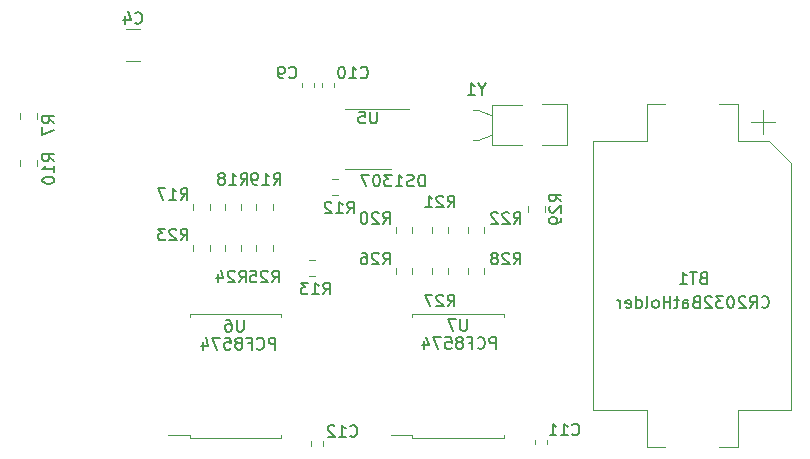
<source format=gbr>
G04 #@! TF.GenerationSoftware,KiCad,Pcbnew,(5.1.4)-1*
G04 #@! TF.CreationDate,2020-05-14T16:00:24+02:00*
G04 #@! TF.ProjectId,carte_principale,63617274-655f-4707-9269-6e636970616c,rev?*
G04 #@! TF.SameCoordinates,Original*
G04 #@! TF.FileFunction,Legend,Bot*
G04 #@! TF.FilePolarity,Positive*
%FSLAX46Y46*%
G04 Gerber Fmt 4.6, Leading zero omitted, Abs format (unit mm)*
G04 Created by KiCad (PCBNEW (5.1.4)-1) date 2020-05-14 16:00:24*
%MOMM*%
%LPD*%
G04 APERTURE LIST*
%ADD10C,0.150000*%
%ADD11C,0.120000*%
G04 APERTURE END LIST*
D10*
X123084838Y-110789980D02*
X123084838Y-109789980D01*
X122703885Y-109789980D01*
X122608647Y-109837600D01*
X122561028Y-109885219D01*
X122513409Y-109980457D01*
X122513409Y-110123314D01*
X122561028Y-110218552D01*
X122608647Y-110266171D01*
X122703885Y-110313790D01*
X123084838Y-110313790D01*
X121513409Y-110694742D02*
X121561028Y-110742361D01*
X121703885Y-110789980D01*
X121799123Y-110789980D01*
X121941980Y-110742361D01*
X122037219Y-110647123D01*
X122084838Y-110551885D01*
X122132457Y-110361409D01*
X122132457Y-110218552D01*
X122084838Y-110028076D01*
X122037219Y-109932838D01*
X121941980Y-109837600D01*
X121799123Y-109789980D01*
X121703885Y-109789980D01*
X121561028Y-109837600D01*
X121513409Y-109885219D01*
X120751504Y-110266171D02*
X121084838Y-110266171D01*
X121084838Y-110789980D02*
X121084838Y-109789980D01*
X120608647Y-109789980D01*
X120084838Y-110218552D02*
X120180076Y-110170933D01*
X120227695Y-110123314D01*
X120275314Y-110028076D01*
X120275314Y-109980457D01*
X120227695Y-109885219D01*
X120180076Y-109837600D01*
X120084838Y-109789980D01*
X119894361Y-109789980D01*
X119799123Y-109837600D01*
X119751504Y-109885219D01*
X119703885Y-109980457D01*
X119703885Y-110028076D01*
X119751504Y-110123314D01*
X119799123Y-110170933D01*
X119894361Y-110218552D01*
X120084838Y-110218552D01*
X120180076Y-110266171D01*
X120227695Y-110313790D01*
X120275314Y-110409028D01*
X120275314Y-110599504D01*
X120227695Y-110694742D01*
X120180076Y-110742361D01*
X120084838Y-110789980D01*
X119894361Y-110789980D01*
X119799123Y-110742361D01*
X119751504Y-110694742D01*
X119703885Y-110599504D01*
X119703885Y-110409028D01*
X119751504Y-110313790D01*
X119799123Y-110266171D01*
X119894361Y-110218552D01*
X118799123Y-109789980D02*
X119275314Y-109789980D01*
X119322933Y-110266171D01*
X119275314Y-110218552D01*
X119180076Y-110170933D01*
X118941980Y-110170933D01*
X118846742Y-110218552D01*
X118799123Y-110266171D01*
X118751504Y-110361409D01*
X118751504Y-110599504D01*
X118799123Y-110694742D01*
X118846742Y-110742361D01*
X118941980Y-110789980D01*
X119180076Y-110789980D01*
X119275314Y-110742361D01*
X119322933Y-110694742D01*
X118418171Y-109789980D02*
X117751504Y-109789980D01*
X118180076Y-110789980D01*
X116941980Y-110123314D02*
X116941980Y-110789980D01*
X117180076Y-109742361D02*
X117418171Y-110456647D01*
X116799123Y-110456647D01*
X141779238Y-110739180D02*
X141779238Y-109739180D01*
X141398285Y-109739180D01*
X141303047Y-109786800D01*
X141255428Y-109834419D01*
X141207809Y-109929657D01*
X141207809Y-110072514D01*
X141255428Y-110167752D01*
X141303047Y-110215371D01*
X141398285Y-110262990D01*
X141779238Y-110262990D01*
X140207809Y-110643942D02*
X140255428Y-110691561D01*
X140398285Y-110739180D01*
X140493523Y-110739180D01*
X140636380Y-110691561D01*
X140731619Y-110596323D01*
X140779238Y-110501085D01*
X140826857Y-110310609D01*
X140826857Y-110167752D01*
X140779238Y-109977276D01*
X140731619Y-109882038D01*
X140636380Y-109786800D01*
X140493523Y-109739180D01*
X140398285Y-109739180D01*
X140255428Y-109786800D01*
X140207809Y-109834419D01*
X139445904Y-110215371D02*
X139779238Y-110215371D01*
X139779238Y-110739180D02*
X139779238Y-109739180D01*
X139303047Y-109739180D01*
X138779238Y-110167752D02*
X138874476Y-110120133D01*
X138922095Y-110072514D01*
X138969714Y-109977276D01*
X138969714Y-109929657D01*
X138922095Y-109834419D01*
X138874476Y-109786800D01*
X138779238Y-109739180D01*
X138588761Y-109739180D01*
X138493523Y-109786800D01*
X138445904Y-109834419D01*
X138398285Y-109929657D01*
X138398285Y-109977276D01*
X138445904Y-110072514D01*
X138493523Y-110120133D01*
X138588761Y-110167752D01*
X138779238Y-110167752D01*
X138874476Y-110215371D01*
X138922095Y-110262990D01*
X138969714Y-110358228D01*
X138969714Y-110548704D01*
X138922095Y-110643942D01*
X138874476Y-110691561D01*
X138779238Y-110739180D01*
X138588761Y-110739180D01*
X138493523Y-110691561D01*
X138445904Y-110643942D01*
X138398285Y-110548704D01*
X138398285Y-110358228D01*
X138445904Y-110262990D01*
X138493523Y-110215371D01*
X138588761Y-110167752D01*
X137493523Y-109739180D02*
X137969714Y-109739180D01*
X138017333Y-110215371D01*
X137969714Y-110167752D01*
X137874476Y-110120133D01*
X137636380Y-110120133D01*
X137541142Y-110167752D01*
X137493523Y-110215371D01*
X137445904Y-110310609D01*
X137445904Y-110548704D01*
X137493523Y-110643942D01*
X137541142Y-110691561D01*
X137636380Y-110739180D01*
X137874476Y-110739180D01*
X137969714Y-110691561D01*
X138017333Y-110643942D01*
X137112571Y-109739180D02*
X136445904Y-109739180D01*
X136874476Y-110739180D01*
X135636380Y-110072514D02*
X135636380Y-110739180D01*
X135874476Y-109691561D02*
X136112571Y-110405847D01*
X135493523Y-110405847D01*
X164257904Y-107164142D02*
X164305523Y-107211761D01*
X164448380Y-107259380D01*
X164543619Y-107259380D01*
X164686476Y-107211761D01*
X164781714Y-107116523D01*
X164829333Y-107021285D01*
X164876952Y-106830809D01*
X164876952Y-106687952D01*
X164829333Y-106497476D01*
X164781714Y-106402238D01*
X164686476Y-106307000D01*
X164543619Y-106259380D01*
X164448380Y-106259380D01*
X164305523Y-106307000D01*
X164257904Y-106354619D01*
X163257904Y-107259380D02*
X163591238Y-106783190D01*
X163829333Y-107259380D02*
X163829333Y-106259380D01*
X163448380Y-106259380D01*
X163353142Y-106307000D01*
X163305523Y-106354619D01*
X163257904Y-106449857D01*
X163257904Y-106592714D01*
X163305523Y-106687952D01*
X163353142Y-106735571D01*
X163448380Y-106783190D01*
X163829333Y-106783190D01*
X162876952Y-106354619D02*
X162829333Y-106307000D01*
X162734095Y-106259380D01*
X162496000Y-106259380D01*
X162400761Y-106307000D01*
X162353142Y-106354619D01*
X162305523Y-106449857D01*
X162305523Y-106545095D01*
X162353142Y-106687952D01*
X162924571Y-107259380D01*
X162305523Y-107259380D01*
X161686476Y-106259380D02*
X161591238Y-106259380D01*
X161496000Y-106307000D01*
X161448380Y-106354619D01*
X161400761Y-106449857D01*
X161353142Y-106640333D01*
X161353142Y-106878428D01*
X161400761Y-107068904D01*
X161448380Y-107164142D01*
X161496000Y-107211761D01*
X161591238Y-107259380D01*
X161686476Y-107259380D01*
X161781714Y-107211761D01*
X161829333Y-107164142D01*
X161876952Y-107068904D01*
X161924571Y-106878428D01*
X161924571Y-106640333D01*
X161876952Y-106449857D01*
X161829333Y-106354619D01*
X161781714Y-106307000D01*
X161686476Y-106259380D01*
X161019809Y-106259380D02*
X160400761Y-106259380D01*
X160734095Y-106640333D01*
X160591238Y-106640333D01*
X160496000Y-106687952D01*
X160448380Y-106735571D01*
X160400761Y-106830809D01*
X160400761Y-107068904D01*
X160448380Y-107164142D01*
X160496000Y-107211761D01*
X160591238Y-107259380D01*
X160876952Y-107259380D01*
X160972190Y-107211761D01*
X161019809Y-107164142D01*
X160019809Y-106354619D02*
X159972190Y-106307000D01*
X159876952Y-106259380D01*
X159638857Y-106259380D01*
X159543619Y-106307000D01*
X159496000Y-106354619D01*
X159448380Y-106449857D01*
X159448380Y-106545095D01*
X159496000Y-106687952D01*
X160067428Y-107259380D01*
X159448380Y-107259380D01*
X158686476Y-106735571D02*
X158543619Y-106783190D01*
X158496000Y-106830809D01*
X158448380Y-106926047D01*
X158448380Y-107068904D01*
X158496000Y-107164142D01*
X158543619Y-107211761D01*
X158638857Y-107259380D01*
X159019809Y-107259380D01*
X159019809Y-106259380D01*
X158686476Y-106259380D01*
X158591238Y-106307000D01*
X158543619Y-106354619D01*
X158496000Y-106449857D01*
X158496000Y-106545095D01*
X158543619Y-106640333D01*
X158591238Y-106687952D01*
X158686476Y-106735571D01*
X159019809Y-106735571D01*
X157591238Y-107259380D02*
X157591238Y-106735571D01*
X157638857Y-106640333D01*
X157734095Y-106592714D01*
X157924571Y-106592714D01*
X158019809Y-106640333D01*
X157591238Y-107211761D02*
X157686476Y-107259380D01*
X157924571Y-107259380D01*
X158019809Y-107211761D01*
X158067428Y-107116523D01*
X158067428Y-107021285D01*
X158019809Y-106926047D01*
X157924571Y-106878428D01*
X157686476Y-106878428D01*
X157591238Y-106830809D01*
X157257904Y-106592714D02*
X156876952Y-106592714D01*
X157115047Y-106259380D02*
X157115047Y-107116523D01*
X157067428Y-107211761D01*
X156972190Y-107259380D01*
X156876952Y-107259380D01*
X156543619Y-107259380D02*
X156543619Y-106259380D01*
X156543619Y-106735571D02*
X155972190Y-106735571D01*
X155972190Y-107259380D02*
X155972190Y-106259380D01*
X155353142Y-107259380D02*
X155448380Y-107211761D01*
X155496000Y-107164142D01*
X155543619Y-107068904D01*
X155543619Y-106783190D01*
X155496000Y-106687952D01*
X155448380Y-106640333D01*
X155353142Y-106592714D01*
X155210285Y-106592714D01*
X155115047Y-106640333D01*
X155067428Y-106687952D01*
X155019809Y-106783190D01*
X155019809Y-107068904D01*
X155067428Y-107164142D01*
X155115047Y-107211761D01*
X155210285Y-107259380D01*
X155353142Y-107259380D01*
X154448380Y-107259380D02*
X154543619Y-107211761D01*
X154591238Y-107116523D01*
X154591238Y-106259380D01*
X153638857Y-107259380D02*
X153638857Y-106259380D01*
X153638857Y-107211761D02*
X153734095Y-107259380D01*
X153924571Y-107259380D01*
X154019809Y-107211761D01*
X154067428Y-107164142D01*
X154115047Y-107068904D01*
X154115047Y-106783190D01*
X154067428Y-106687952D01*
X154019809Y-106640333D01*
X153924571Y-106592714D01*
X153734095Y-106592714D01*
X153638857Y-106640333D01*
X152781714Y-107211761D02*
X152876952Y-107259380D01*
X153067428Y-107259380D01*
X153162666Y-107211761D01*
X153210285Y-107116523D01*
X153210285Y-106735571D01*
X153162666Y-106640333D01*
X153067428Y-106592714D01*
X152876952Y-106592714D01*
X152781714Y-106640333D01*
X152734095Y-106735571D01*
X152734095Y-106830809D01*
X153210285Y-106926047D01*
X152305523Y-107259380D02*
X152305523Y-106592714D01*
X152305523Y-106783190D02*
X152257904Y-106687952D01*
X152210285Y-106640333D01*
X152115047Y-106592714D01*
X152019809Y-106592714D01*
X135738857Y-96972380D02*
X135738857Y-95972380D01*
X135500761Y-95972380D01*
X135357904Y-96020000D01*
X135262666Y-96115238D01*
X135215047Y-96210476D01*
X135167428Y-96400952D01*
X135167428Y-96543809D01*
X135215047Y-96734285D01*
X135262666Y-96829523D01*
X135357904Y-96924761D01*
X135500761Y-96972380D01*
X135738857Y-96972380D01*
X134786476Y-96924761D02*
X134643619Y-96972380D01*
X134405523Y-96972380D01*
X134310285Y-96924761D01*
X134262666Y-96877142D01*
X134215047Y-96781904D01*
X134215047Y-96686666D01*
X134262666Y-96591428D01*
X134310285Y-96543809D01*
X134405523Y-96496190D01*
X134596000Y-96448571D01*
X134691238Y-96400952D01*
X134738857Y-96353333D01*
X134786476Y-96258095D01*
X134786476Y-96162857D01*
X134738857Y-96067619D01*
X134691238Y-96020000D01*
X134596000Y-95972380D01*
X134357904Y-95972380D01*
X134215047Y-96020000D01*
X133262666Y-96972380D02*
X133834095Y-96972380D01*
X133548380Y-96972380D02*
X133548380Y-95972380D01*
X133643619Y-96115238D01*
X133738857Y-96210476D01*
X133834095Y-96258095D01*
X132929333Y-95972380D02*
X132310285Y-95972380D01*
X132643619Y-96353333D01*
X132500761Y-96353333D01*
X132405523Y-96400952D01*
X132357904Y-96448571D01*
X132310285Y-96543809D01*
X132310285Y-96781904D01*
X132357904Y-96877142D01*
X132405523Y-96924761D01*
X132500761Y-96972380D01*
X132786476Y-96972380D01*
X132881714Y-96924761D01*
X132929333Y-96877142D01*
X131691238Y-95972380D02*
X131596000Y-95972380D01*
X131500761Y-96020000D01*
X131453142Y-96067619D01*
X131405523Y-96162857D01*
X131357904Y-96353333D01*
X131357904Y-96591428D01*
X131405523Y-96781904D01*
X131453142Y-96877142D01*
X131500761Y-96924761D01*
X131596000Y-96972380D01*
X131691238Y-96972380D01*
X131786476Y-96924761D01*
X131834095Y-96877142D01*
X131881714Y-96781904D01*
X131929333Y-96591428D01*
X131929333Y-96353333D01*
X131881714Y-96162857D01*
X131834095Y-96067619D01*
X131786476Y-96020000D01*
X131691238Y-95972380D01*
X131024571Y-95972380D02*
X130357904Y-95972380D01*
X130786476Y-96972380D01*
D11*
X164369000Y-92521000D02*
X164369000Y-90521000D01*
X163369000Y-91521000D02*
X165369000Y-91521000D01*
X150019000Y-115871000D02*
X154519000Y-115871000D01*
X150019000Y-93171000D02*
X154519000Y-93171000D01*
X150019000Y-93171000D02*
X150019000Y-115871000D01*
X154519000Y-119071000D02*
X156069000Y-119071000D01*
X154519000Y-115871000D02*
X154519000Y-119071000D01*
X154519000Y-89971000D02*
X156069000Y-89971000D01*
X154519000Y-93171000D02*
X154519000Y-89971000D01*
X162219000Y-89971000D02*
X160669000Y-89971000D01*
X162219000Y-93171000D02*
X162219000Y-89971000D01*
X166719000Y-94971000D02*
X164919000Y-93171000D01*
X164919000Y-93171000D02*
X162219000Y-93171000D01*
X166719000Y-115871000D02*
X166719000Y-94971000D01*
X166719000Y-115871000D02*
X162219000Y-115871000D01*
X162219000Y-119071000D02*
X160669000Y-119071000D01*
X162219000Y-115871000D02*
X162219000Y-119071000D01*
X111650864Y-86399200D02*
X110446736Y-86399200D01*
X111650864Y-83679200D02*
X110446736Y-83679200D01*
X130937000Y-95524000D02*
X128987000Y-95524000D01*
X130937000Y-95524000D02*
X132887000Y-95524000D01*
X130937000Y-90404000D02*
X128987000Y-90404000D01*
X130937000Y-90404000D02*
X134387000Y-90404000D01*
X145896400Y-99143078D02*
X145896400Y-98625922D01*
X144476400Y-99143078D02*
X144476400Y-98625922D01*
X147794980Y-90030300D02*
X147794980Y-93431360D01*
X145638520Y-90030300D02*
X147794980Y-90030300D01*
X145638520Y-93431360D02*
X147794980Y-93431360D01*
X144007840Y-90044840D02*
X141420880Y-90044840D01*
X141420880Y-90044840D02*
X141420880Y-93444840D01*
X141420880Y-93444840D02*
X144007840Y-93444840D01*
X141380240Y-90915360D02*
X140230240Y-90510360D01*
X140230240Y-90510360D02*
X139780240Y-90510360D01*
X141382780Y-92645440D02*
X140232780Y-93050440D01*
X140232780Y-93050440D02*
X139782780Y-93050440D01*
X139371000Y-104384578D02*
X139371000Y-103867422D01*
X140791000Y-104384578D02*
X140791000Y-103867422D01*
X136323000Y-104384578D02*
X136323000Y-103867422D01*
X137743000Y-104384578D02*
X137743000Y-103867422D01*
X133275000Y-104384578D02*
X133275000Y-103867422D01*
X134695000Y-104384578D02*
X134695000Y-103867422D01*
X139371000Y-100955578D02*
X139371000Y-100438422D01*
X140791000Y-100955578D02*
X140791000Y-100438422D01*
X136323000Y-100955578D02*
X136323000Y-100438422D01*
X137743000Y-100955578D02*
X137743000Y-100438422D01*
X133275000Y-100955578D02*
X133275000Y-100438422D01*
X134695000Y-100955578D02*
X134695000Y-100438422D01*
X116130000Y-98986078D02*
X116130000Y-98468922D01*
X117550000Y-98986078D02*
X117550000Y-98468922D01*
X121464000Y-102415078D02*
X121464000Y-101897922D01*
X122884000Y-102415078D02*
X122884000Y-101897922D01*
X118797000Y-102415078D02*
X118797000Y-101897922D01*
X120217000Y-102415078D02*
X120217000Y-101897922D01*
X116130000Y-102415078D02*
X116130000Y-101897922D01*
X117550000Y-102415078D02*
X117550000Y-101897922D01*
X121464000Y-98986078D02*
X121464000Y-98468922D01*
X122884000Y-98986078D02*
X122884000Y-98468922D01*
X118797000Y-98986078D02*
X118797000Y-98468922D01*
X120217000Y-98986078D02*
X120217000Y-98468922D01*
X125930922Y-104596000D02*
X126448078Y-104596000D01*
X125930922Y-103176000D02*
X126448078Y-103176000D01*
X128387578Y-97738000D02*
X127870422Y-97738000D01*
X128387578Y-96318000D02*
X127870422Y-96318000D01*
X101470000Y-95221078D02*
X101470000Y-94703922D01*
X102890000Y-95221078D02*
X102890000Y-94703922D01*
X101470000Y-91296078D02*
X101470000Y-90778922D01*
X102890000Y-91296078D02*
X102890000Y-90778922D01*
X134697000Y-118035000D02*
X132882000Y-118035000D01*
X134697000Y-118290000D02*
X134697000Y-118035000D01*
X138557000Y-118290000D02*
X134697000Y-118290000D01*
X142417000Y-118290000D02*
X142417000Y-118035000D01*
X138557000Y-118290000D02*
X142417000Y-118290000D01*
X134697000Y-107770000D02*
X134697000Y-108025000D01*
X138557000Y-107770000D02*
X134697000Y-107770000D01*
X142417000Y-107770000D02*
X142417000Y-108025000D01*
X138557000Y-107770000D02*
X142417000Y-107770000D01*
X115823000Y-118035000D02*
X114008000Y-118035000D01*
X115823000Y-118290000D02*
X115823000Y-118035000D01*
X119683000Y-118290000D02*
X115823000Y-118290000D01*
X123543000Y-118290000D02*
X123543000Y-118035000D01*
X119683000Y-118290000D02*
X123543000Y-118290000D01*
X115823000Y-107770000D02*
X115823000Y-108025000D01*
X119683000Y-107770000D02*
X115823000Y-107770000D01*
X123543000Y-107770000D02*
X123543000Y-108025000D01*
X119683000Y-107770000D02*
X123543000Y-107770000D01*
X126109000Y-118916267D02*
X126109000Y-118573733D01*
X127129000Y-118916267D02*
X127129000Y-118573733D01*
X145032000Y-118789267D02*
X145032000Y-118446733D01*
X146052000Y-118789267D02*
X146052000Y-118446733D01*
X128018000Y-88206733D02*
X128018000Y-88549267D01*
X126998000Y-88206733D02*
X126998000Y-88549267D01*
X126367000Y-88220733D02*
X126367000Y-88563267D01*
X125347000Y-88220733D02*
X125347000Y-88563267D01*
D10*
X159281714Y-104703571D02*
X159138857Y-104751190D01*
X159091238Y-104798809D01*
X159043619Y-104894047D01*
X159043619Y-105036904D01*
X159091238Y-105132142D01*
X159138857Y-105179761D01*
X159234095Y-105227380D01*
X159615047Y-105227380D01*
X159615047Y-104227380D01*
X159281714Y-104227380D01*
X159186476Y-104275000D01*
X159138857Y-104322619D01*
X159091238Y-104417857D01*
X159091238Y-104513095D01*
X159138857Y-104608333D01*
X159186476Y-104655952D01*
X159281714Y-104703571D01*
X159615047Y-104703571D01*
X158757904Y-104227380D02*
X158186476Y-104227380D01*
X158472190Y-105227380D02*
X158472190Y-104227380D01*
X157329333Y-105227380D02*
X157900761Y-105227380D01*
X157615047Y-105227380D02*
X157615047Y-104227380D01*
X157710285Y-104370238D01*
X157805523Y-104465476D01*
X157900761Y-104513095D01*
X111215466Y-83116342D02*
X111263085Y-83163961D01*
X111405942Y-83211580D01*
X111501180Y-83211580D01*
X111644038Y-83163961D01*
X111739276Y-83068723D01*
X111786895Y-82973485D01*
X111834514Y-82783009D01*
X111834514Y-82640152D01*
X111786895Y-82449676D01*
X111739276Y-82354438D01*
X111644038Y-82259200D01*
X111501180Y-82211580D01*
X111405942Y-82211580D01*
X111263085Y-82259200D01*
X111215466Y-82306819D01*
X110358323Y-82544914D02*
X110358323Y-83211580D01*
X110596419Y-82163961D02*
X110834514Y-82878247D01*
X110215466Y-82878247D01*
X131698904Y-90638380D02*
X131698904Y-91447904D01*
X131651285Y-91543142D01*
X131603666Y-91590761D01*
X131508428Y-91638380D01*
X131317952Y-91638380D01*
X131222714Y-91590761D01*
X131175095Y-91543142D01*
X131127476Y-91447904D01*
X131127476Y-90638380D01*
X130175095Y-90638380D02*
X130651285Y-90638380D01*
X130698904Y-91114571D01*
X130651285Y-91066952D01*
X130556047Y-91019333D01*
X130317952Y-91019333D01*
X130222714Y-91066952D01*
X130175095Y-91114571D01*
X130127476Y-91209809D01*
X130127476Y-91447904D01*
X130175095Y-91543142D01*
X130222714Y-91590761D01*
X130317952Y-91638380D01*
X130556047Y-91638380D01*
X130651285Y-91590761D01*
X130698904Y-91543142D01*
X147288780Y-98241642D02*
X146812590Y-97908309D01*
X147288780Y-97670214D02*
X146288780Y-97670214D01*
X146288780Y-98051166D01*
X146336400Y-98146404D01*
X146384019Y-98194023D01*
X146479257Y-98241642D01*
X146622114Y-98241642D01*
X146717352Y-98194023D01*
X146764971Y-98146404D01*
X146812590Y-98051166D01*
X146812590Y-97670214D01*
X146384019Y-98622595D02*
X146336400Y-98670214D01*
X146288780Y-98765452D01*
X146288780Y-99003547D01*
X146336400Y-99098785D01*
X146384019Y-99146404D01*
X146479257Y-99194023D01*
X146574495Y-99194023D01*
X146717352Y-99146404D01*
X147288780Y-98574976D01*
X147288780Y-99194023D01*
X147288780Y-99670214D02*
X147288780Y-99860690D01*
X147241161Y-99955928D01*
X147193542Y-100003547D01*
X147050685Y-100098785D01*
X146860209Y-100146404D01*
X146479257Y-100146404D01*
X146384019Y-100098785D01*
X146336400Y-100051166D01*
X146288780Y-99955928D01*
X146288780Y-99765452D01*
X146336400Y-99670214D01*
X146384019Y-99622595D01*
X146479257Y-99574976D01*
X146717352Y-99574976D01*
X146812590Y-99622595D01*
X146860209Y-99670214D01*
X146907828Y-99765452D01*
X146907828Y-99955928D01*
X146860209Y-100051166D01*
X146812590Y-100098785D01*
X146717352Y-100146404D01*
X140579610Y-88721350D02*
X140579610Y-89197540D01*
X140912943Y-88197540D02*
X140579610Y-88721350D01*
X140246277Y-88197540D01*
X139389134Y-89197540D02*
X139960562Y-89197540D01*
X139674848Y-89197540D02*
X139674848Y-88197540D01*
X139770086Y-88340398D01*
X139865324Y-88435636D01*
X139960562Y-88483255D01*
X143263857Y-103576380D02*
X143597190Y-103100190D01*
X143835285Y-103576380D02*
X143835285Y-102576380D01*
X143454333Y-102576380D01*
X143359095Y-102624000D01*
X143311476Y-102671619D01*
X143263857Y-102766857D01*
X143263857Y-102909714D01*
X143311476Y-103004952D01*
X143359095Y-103052571D01*
X143454333Y-103100190D01*
X143835285Y-103100190D01*
X142882904Y-102671619D02*
X142835285Y-102624000D01*
X142740047Y-102576380D01*
X142501952Y-102576380D01*
X142406714Y-102624000D01*
X142359095Y-102671619D01*
X142311476Y-102766857D01*
X142311476Y-102862095D01*
X142359095Y-103004952D01*
X142930523Y-103576380D01*
X142311476Y-103576380D01*
X141740047Y-103004952D02*
X141835285Y-102957333D01*
X141882904Y-102909714D01*
X141930523Y-102814476D01*
X141930523Y-102766857D01*
X141882904Y-102671619D01*
X141835285Y-102624000D01*
X141740047Y-102576380D01*
X141549571Y-102576380D01*
X141454333Y-102624000D01*
X141406714Y-102671619D01*
X141359095Y-102766857D01*
X141359095Y-102814476D01*
X141406714Y-102909714D01*
X141454333Y-102957333D01*
X141549571Y-103004952D01*
X141740047Y-103004952D01*
X141835285Y-103052571D01*
X141882904Y-103100190D01*
X141930523Y-103195428D01*
X141930523Y-103385904D01*
X141882904Y-103481142D01*
X141835285Y-103528761D01*
X141740047Y-103576380D01*
X141549571Y-103576380D01*
X141454333Y-103528761D01*
X141406714Y-103481142D01*
X141359095Y-103385904D01*
X141359095Y-103195428D01*
X141406714Y-103100190D01*
X141454333Y-103052571D01*
X141549571Y-103004952D01*
X137675857Y-107132380D02*
X138009190Y-106656190D01*
X138247285Y-107132380D02*
X138247285Y-106132380D01*
X137866333Y-106132380D01*
X137771095Y-106180000D01*
X137723476Y-106227619D01*
X137675857Y-106322857D01*
X137675857Y-106465714D01*
X137723476Y-106560952D01*
X137771095Y-106608571D01*
X137866333Y-106656190D01*
X138247285Y-106656190D01*
X137294904Y-106227619D02*
X137247285Y-106180000D01*
X137152047Y-106132380D01*
X136913952Y-106132380D01*
X136818714Y-106180000D01*
X136771095Y-106227619D01*
X136723476Y-106322857D01*
X136723476Y-106418095D01*
X136771095Y-106560952D01*
X137342523Y-107132380D01*
X136723476Y-107132380D01*
X136390142Y-106132380D02*
X135723476Y-106132380D01*
X136152047Y-107132380D01*
X132214857Y-103576380D02*
X132548190Y-103100190D01*
X132786285Y-103576380D02*
X132786285Y-102576380D01*
X132405333Y-102576380D01*
X132310095Y-102624000D01*
X132262476Y-102671619D01*
X132214857Y-102766857D01*
X132214857Y-102909714D01*
X132262476Y-103004952D01*
X132310095Y-103052571D01*
X132405333Y-103100190D01*
X132786285Y-103100190D01*
X131833904Y-102671619D02*
X131786285Y-102624000D01*
X131691047Y-102576380D01*
X131452952Y-102576380D01*
X131357714Y-102624000D01*
X131310095Y-102671619D01*
X131262476Y-102766857D01*
X131262476Y-102862095D01*
X131310095Y-103004952D01*
X131881523Y-103576380D01*
X131262476Y-103576380D01*
X130405333Y-102576380D02*
X130595809Y-102576380D01*
X130691047Y-102624000D01*
X130738666Y-102671619D01*
X130833904Y-102814476D01*
X130881523Y-103004952D01*
X130881523Y-103385904D01*
X130833904Y-103481142D01*
X130786285Y-103528761D01*
X130691047Y-103576380D01*
X130500571Y-103576380D01*
X130405333Y-103528761D01*
X130357714Y-103481142D01*
X130310095Y-103385904D01*
X130310095Y-103147809D01*
X130357714Y-103052571D01*
X130405333Y-103004952D01*
X130500571Y-102957333D01*
X130691047Y-102957333D01*
X130786285Y-103004952D01*
X130833904Y-103052571D01*
X130881523Y-103147809D01*
X143263857Y-100147380D02*
X143597190Y-99671190D01*
X143835285Y-100147380D02*
X143835285Y-99147380D01*
X143454333Y-99147380D01*
X143359095Y-99195000D01*
X143311476Y-99242619D01*
X143263857Y-99337857D01*
X143263857Y-99480714D01*
X143311476Y-99575952D01*
X143359095Y-99623571D01*
X143454333Y-99671190D01*
X143835285Y-99671190D01*
X142882904Y-99242619D02*
X142835285Y-99195000D01*
X142740047Y-99147380D01*
X142501952Y-99147380D01*
X142406714Y-99195000D01*
X142359095Y-99242619D01*
X142311476Y-99337857D01*
X142311476Y-99433095D01*
X142359095Y-99575952D01*
X142930523Y-100147380D01*
X142311476Y-100147380D01*
X141930523Y-99242619D02*
X141882904Y-99195000D01*
X141787666Y-99147380D01*
X141549571Y-99147380D01*
X141454333Y-99195000D01*
X141406714Y-99242619D01*
X141359095Y-99337857D01*
X141359095Y-99433095D01*
X141406714Y-99575952D01*
X141978142Y-100147380D01*
X141359095Y-100147380D01*
X137675857Y-98750380D02*
X138009190Y-98274190D01*
X138247285Y-98750380D02*
X138247285Y-97750380D01*
X137866333Y-97750380D01*
X137771095Y-97798000D01*
X137723476Y-97845619D01*
X137675857Y-97940857D01*
X137675857Y-98083714D01*
X137723476Y-98178952D01*
X137771095Y-98226571D01*
X137866333Y-98274190D01*
X138247285Y-98274190D01*
X137294904Y-97845619D02*
X137247285Y-97798000D01*
X137152047Y-97750380D01*
X136913952Y-97750380D01*
X136818714Y-97798000D01*
X136771095Y-97845619D01*
X136723476Y-97940857D01*
X136723476Y-98036095D01*
X136771095Y-98178952D01*
X137342523Y-98750380D01*
X136723476Y-98750380D01*
X135771095Y-98750380D02*
X136342523Y-98750380D01*
X136056809Y-98750380D02*
X136056809Y-97750380D01*
X136152047Y-97893238D01*
X136247285Y-97988476D01*
X136342523Y-98036095D01*
X132214857Y-100147380D02*
X132548190Y-99671190D01*
X132786285Y-100147380D02*
X132786285Y-99147380D01*
X132405333Y-99147380D01*
X132310095Y-99195000D01*
X132262476Y-99242619D01*
X132214857Y-99337857D01*
X132214857Y-99480714D01*
X132262476Y-99575952D01*
X132310095Y-99623571D01*
X132405333Y-99671190D01*
X132786285Y-99671190D01*
X131833904Y-99242619D02*
X131786285Y-99195000D01*
X131691047Y-99147380D01*
X131452952Y-99147380D01*
X131357714Y-99195000D01*
X131310095Y-99242619D01*
X131262476Y-99337857D01*
X131262476Y-99433095D01*
X131310095Y-99575952D01*
X131881523Y-100147380D01*
X131262476Y-100147380D01*
X130643428Y-99147380D02*
X130548190Y-99147380D01*
X130452952Y-99195000D01*
X130405333Y-99242619D01*
X130357714Y-99337857D01*
X130310095Y-99528333D01*
X130310095Y-99766428D01*
X130357714Y-99956904D01*
X130405333Y-100052142D01*
X130452952Y-100099761D01*
X130548190Y-100147380D01*
X130643428Y-100147380D01*
X130738666Y-100099761D01*
X130786285Y-100052142D01*
X130833904Y-99956904D01*
X130881523Y-99766428D01*
X130881523Y-99528333D01*
X130833904Y-99337857D01*
X130786285Y-99242619D01*
X130738666Y-99195000D01*
X130643428Y-99147380D01*
X115069857Y-98115380D02*
X115403190Y-97639190D01*
X115641285Y-98115380D02*
X115641285Y-97115380D01*
X115260333Y-97115380D01*
X115165095Y-97163000D01*
X115117476Y-97210619D01*
X115069857Y-97305857D01*
X115069857Y-97448714D01*
X115117476Y-97543952D01*
X115165095Y-97591571D01*
X115260333Y-97639190D01*
X115641285Y-97639190D01*
X114117476Y-98115380D02*
X114688904Y-98115380D01*
X114403190Y-98115380D02*
X114403190Y-97115380D01*
X114498428Y-97258238D01*
X114593666Y-97353476D01*
X114688904Y-97401095D01*
X113784142Y-97115380D02*
X113117476Y-97115380D01*
X113546047Y-98115380D01*
X122816857Y-105100380D02*
X123150190Y-104624190D01*
X123388285Y-105100380D02*
X123388285Y-104100380D01*
X123007333Y-104100380D01*
X122912095Y-104148000D01*
X122864476Y-104195619D01*
X122816857Y-104290857D01*
X122816857Y-104433714D01*
X122864476Y-104528952D01*
X122912095Y-104576571D01*
X123007333Y-104624190D01*
X123388285Y-104624190D01*
X122435904Y-104195619D02*
X122388285Y-104148000D01*
X122293047Y-104100380D01*
X122054952Y-104100380D01*
X121959714Y-104148000D01*
X121912095Y-104195619D01*
X121864476Y-104290857D01*
X121864476Y-104386095D01*
X121912095Y-104528952D01*
X122483523Y-105100380D01*
X121864476Y-105100380D01*
X120959714Y-104100380D02*
X121435904Y-104100380D01*
X121483523Y-104576571D01*
X121435904Y-104528952D01*
X121340666Y-104481333D01*
X121102571Y-104481333D01*
X121007333Y-104528952D01*
X120959714Y-104576571D01*
X120912095Y-104671809D01*
X120912095Y-104909904D01*
X120959714Y-105005142D01*
X121007333Y-105052761D01*
X121102571Y-105100380D01*
X121340666Y-105100380D01*
X121435904Y-105052761D01*
X121483523Y-105005142D01*
X120022857Y-105100380D02*
X120356190Y-104624190D01*
X120594285Y-105100380D02*
X120594285Y-104100380D01*
X120213333Y-104100380D01*
X120118095Y-104148000D01*
X120070476Y-104195619D01*
X120022857Y-104290857D01*
X120022857Y-104433714D01*
X120070476Y-104528952D01*
X120118095Y-104576571D01*
X120213333Y-104624190D01*
X120594285Y-104624190D01*
X119641904Y-104195619D02*
X119594285Y-104148000D01*
X119499047Y-104100380D01*
X119260952Y-104100380D01*
X119165714Y-104148000D01*
X119118095Y-104195619D01*
X119070476Y-104290857D01*
X119070476Y-104386095D01*
X119118095Y-104528952D01*
X119689523Y-105100380D01*
X119070476Y-105100380D01*
X118213333Y-104433714D02*
X118213333Y-105100380D01*
X118451428Y-104052761D02*
X118689523Y-104767047D01*
X118070476Y-104767047D01*
X115069857Y-101544380D02*
X115403190Y-101068190D01*
X115641285Y-101544380D02*
X115641285Y-100544380D01*
X115260333Y-100544380D01*
X115165095Y-100592000D01*
X115117476Y-100639619D01*
X115069857Y-100734857D01*
X115069857Y-100877714D01*
X115117476Y-100972952D01*
X115165095Y-101020571D01*
X115260333Y-101068190D01*
X115641285Y-101068190D01*
X114688904Y-100639619D02*
X114641285Y-100592000D01*
X114546047Y-100544380D01*
X114307952Y-100544380D01*
X114212714Y-100592000D01*
X114165095Y-100639619D01*
X114117476Y-100734857D01*
X114117476Y-100830095D01*
X114165095Y-100972952D01*
X114736523Y-101544380D01*
X114117476Y-101544380D01*
X113784142Y-100544380D02*
X113165095Y-100544380D01*
X113498428Y-100925333D01*
X113355571Y-100925333D01*
X113260333Y-100972952D01*
X113212714Y-101020571D01*
X113165095Y-101115809D01*
X113165095Y-101353904D01*
X113212714Y-101449142D01*
X113260333Y-101496761D01*
X113355571Y-101544380D01*
X113641285Y-101544380D01*
X113736523Y-101496761D01*
X113784142Y-101449142D01*
X122943857Y-96845380D02*
X123277190Y-96369190D01*
X123515285Y-96845380D02*
X123515285Y-95845380D01*
X123134333Y-95845380D01*
X123039095Y-95893000D01*
X122991476Y-95940619D01*
X122943857Y-96035857D01*
X122943857Y-96178714D01*
X122991476Y-96273952D01*
X123039095Y-96321571D01*
X123134333Y-96369190D01*
X123515285Y-96369190D01*
X121991476Y-96845380D02*
X122562904Y-96845380D01*
X122277190Y-96845380D02*
X122277190Y-95845380D01*
X122372428Y-95988238D01*
X122467666Y-96083476D01*
X122562904Y-96131095D01*
X121515285Y-96845380D02*
X121324809Y-96845380D01*
X121229571Y-96797761D01*
X121181952Y-96750142D01*
X121086714Y-96607285D01*
X121039095Y-96416809D01*
X121039095Y-96035857D01*
X121086714Y-95940619D01*
X121134333Y-95893000D01*
X121229571Y-95845380D01*
X121420047Y-95845380D01*
X121515285Y-95893000D01*
X121562904Y-95940619D01*
X121610523Y-96035857D01*
X121610523Y-96273952D01*
X121562904Y-96369190D01*
X121515285Y-96416809D01*
X121420047Y-96464428D01*
X121229571Y-96464428D01*
X121134333Y-96416809D01*
X121086714Y-96369190D01*
X121039095Y-96273952D01*
X120149857Y-96845380D02*
X120483190Y-96369190D01*
X120721285Y-96845380D02*
X120721285Y-95845380D01*
X120340333Y-95845380D01*
X120245095Y-95893000D01*
X120197476Y-95940619D01*
X120149857Y-96035857D01*
X120149857Y-96178714D01*
X120197476Y-96273952D01*
X120245095Y-96321571D01*
X120340333Y-96369190D01*
X120721285Y-96369190D01*
X119197476Y-96845380D02*
X119768904Y-96845380D01*
X119483190Y-96845380D02*
X119483190Y-95845380D01*
X119578428Y-95988238D01*
X119673666Y-96083476D01*
X119768904Y-96131095D01*
X118626047Y-96273952D02*
X118721285Y-96226333D01*
X118768904Y-96178714D01*
X118816523Y-96083476D01*
X118816523Y-96035857D01*
X118768904Y-95940619D01*
X118721285Y-95893000D01*
X118626047Y-95845380D01*
X118435571Y-95845380D01*
X118340333Y-95893000D01*
X118292714Y-95940619D01*
X118245095Y-96035857D01*
X118245095Y-96083476D01*
X118292714Y-96178714D01*
X118340333Y-96226333D01*
X118435571Y-96273952D01*
X118626047Y-96273952D01*
X118721285Y-96321571D01*
X118768904Y-96369190D01*
X118816523Y-96464428D01*
X118816523Y-96654904D01*
X118768904Y-96750142D01*
X118721285Y-96797761D01*
X118626047Y-96845380D01*
X118435571Y-96845380D01*
X118340333Y-96797761D01*
X118292714Y-96750142D01*
X118245095Y-96654904D01*
X118245095Y-96464428D01*
X118292714Y-96369190D01*
X118340333Y-96321571D01*
X118435571Y-96273952D01*
X127134857Y-106116380D02*
X127468190Y-105640190D01*
X127706285Y-106116380D02*
X127706285Y-105116380D01*
X127325333Y-105116380D01*
X127230095Y-105164000D01*
X127182476Y-105211619D01*
X127134857Y-105306857D01*
X127134857Y-105449714D01*
X127182476Y-105544952D01*
X127230095Y-105592571D01*
X127325333Y-105640190D01*
X127706285Y-105640190D01*
X126182476Y-106116380D02*
X126753904Y-106116380D01*
X126468190Y-106116380D02*
X126468190Y-105116380D01*
X126563428Y-105259238D01*
X126658666Y-105354476D01*
X126753904Y-105402095D01*
X125849142Y-105116380D02*
X125230095Y-105116380D01*
X125563428Y-105497333D01*
X125420571Y-105497333D01*
X125325333Y-105544952D01*
X125277714Y-105592571D01*
X125230095Y-105687809D01*
X125230095Y-105925904D01*
X125277714Y-106021142D01*
X125325333Y-106068761D01*
X125420571Y-106116380D01*
X125706285Y-106116380D01*
X125801523Y-106068761D01*
X125849142Y-106021142D01*
X129166857Y-99258380D02*
X129500190Y-98782190D01*
X129738285Y-99258380D02*
X129738285Y-98258380D01*
X129357333Y-98258380D01*
X129262095Y-98306000D01*
X129214476Y-98353619D01*
X129166857Y-98448857D01*
X129166857Y-98591714D01*
X129214476Y-98686952D01*
X129262095Y-98734571D01*
X129357333Y-98782190D01*
X129738285Y-98782190D01*
X128214476Y-99258380D02*
X128785904Y-99258380D01*
X128500190Y-99258380D02*
X128500190Y-98258380D01*
X128595428Y-98401238D01*
X128690666Y-98496476D01*
X128785904Y-98544095D01*
X127833523Y-98353619D02*
X127785904Y-98306000D01*
X127690666Y-98258380D01*
X127452571Y-98258380D01*
X127357333Y-98306000D01*
X127309714Y-98353619D01*
X127262095Y-98448857D01*
X127262095Y-98544095D01*
X127309714Y-98686952D01*
X127881142Y-99258380D01*
X127262095Y-99258380D01*
X104372380Y-94837142D02*
X103896190Y-94503809D01*
X104372380Y-94265714D02*
X103372380Y-94265714D01*
X103372380Y-94646666D01*
X103420000Y-94741904D01*
X103467619Y-94789523D01*
X103562857Y-94837142D01*
X103705714Y-94837142D01*
X103800952Y-94789523D01*
X103848571Y-94741904D01*
X103896190Y-94646666D01*
X103896190Y-94265714D01*
X104372380Y-95789523D02*
X104372380Y-95218095D01*
X104372380Y-95503809D02*
X103372380Y-95503809D01*
X103515238Y-95408571D01*
X103610476Y-95313333D01*
X103658095Y-95218095D01*
X103372380Y-96408571D02*
X103372380Y-96503809D01*
X103420000Y-96599047D01*
X103467619Y-96646666D01*
X103562857Y-96694285D01*
X103753333Y-96741904D01*
X103991428Y-96741904D01*
X104181904Y-96694285D01*
X104277142Y-96646666D01*
X104324761Y-96599047D01*
X104372380Y-96503809D01*
X104372380Y-96408571D01*
X104324761Y-96313333D01*
X104277142Y-96265714D01*
X104181904Y-96218095D01*
X103991428Y-96170476D01*
X103753333Y-96170476D01*
X103562857Y-96218095D01*
X103467619Y-96265714D01*
X103420000Y-96313333D01*
X103372380Y-96408571D01*
X104372380Y-91623333D02*
X103896190Y-91290000D01*
X104372380Y-91051904D02*
X103372380Y-91051904D01*
X103372380Y-91432857D01*
X103420000Y-91528095D01*
X103467619Y-91575714D01*
X103562857Y-91623333D01*
X103705714Y-91623333D01*
X103800952Y-91575714D01*
X103848571Y-91528095D01*
X103896190Y-91432857D01*
X103896190Y-91051904D01*
X103372380Y-91956666D02*
X103372380Y-92623333D01*
X104372380Y-92194761D01*
X139318904Y-108215180D02*
X139318904Y-109024704D01*
X139271285Y-109119942D01*
X139223666Y-109167561D01*
X139128428Y-109215180D01*
X138937952Y-109215180D01*
X138842714Y-109167561D01*
X138795095Y-109119942D01*
X138747476Y-109024704D01*
X138747476Y-108215180D01*
X138366523Y-108215180D02*
X137699857Y-108215180D01*
X138128428Y-109215180D01*
X120395904Y-108265980D02*
X120395904Y-109075504D01*
X120348285Y-109170742D01*
X120300666Y-109218361D01*
X120205428Y-109265980D01*
X120014952Y-109265980D01*
X119919714Y-109218361D01*
X119872095Y-109170742D01*
X119824476Y-109075504D01*
X119824476Y-108265980D01*
X118919714Y-108265980D02*
X119110190Y-108265980D01*
X119205428Y-108313600D01*
X119253047Y-108361219D01*
X119348285Y-108504076D01*
X119395904Y-108694552D01*
X119395904Y-109075504D01*
X119348285Y-109170742D01*
X119300666Y-109218361D01*
X119205428Y-109265980D01*
X119014952Y-109265980D01*
X118919714Y-109218361D01*
X118872095Y-109170742D01*
X118824476Y-109075504D01*
X118824476Y-108837409D01*
X118872095Y-108742171D01*
X118919714Y-108694552D01*
X119014952Y-108646933D01*
X119205428Y-108646933D01*
X119300666Y-108694552D01*
X119348285Y-108742171D01*
X119395904Y-108837409D01*
X129420857Y-118086142D02*
X129468476Y-118133761D01*
X129611333Y-118181380D01*
X129706571Y-118181380D01*
X129849428Y-118133761D01*
X129944666Y-118038523D01*
X129992285Y-117943285D01*
X130039904Y-117752809D01*
X130039904Y-117609952D01*
X129992285Y-117419476D01*
X129944666Y-117324238D01*
X129849428Y-117229000D01*
X129706571Y-117181380D01*
X129611333Y-117181380D01*
X129468476Y-117229000D01*
X129420857Y-117276619D01*
X128468476Y-118181380D02*
X129039904Y-118181380D01*
X128754190Y-118181380D02*
X128754190Y-117181380D01*
X128849428Y-117324238D01*
X128944666Y-117419476D01*
X129039904Y-117467095D01*
X128087523Y-117276619D02*
X128039904Y-117229000D01*
X127944666Y-117181380D01*
X127706571Y-117181380D01*
X127611333Y-117229000D01*
X127563714Y-117276619D01*
X127516095Y-117371857D01*
X127516095Y-117467095D01*
X127563714Y-117609952D01*
X128135142Y-118181380D01*
X127516095Y-118181380D01*
X148216857Y-117959142D02*
X148264476Y-118006761D01*
X148407333Y-118054380D01*
X148502571Y-118054380D01*
X148645428Y-118006761D01*
X148740666Y-117911523D01*
X148788285Y-117816285D01*
X148835904Y-117625809D01*
X148835904Y-117482952D01*
X148788285Y-117292476D01*
X148740666Y-117197238D01*
X148645428Y-117102000D01*
X148502571Y-117054380D01*
X148407333Y-117054380D01*
X148264476Y-117102000D01*
X148216857Y-117149619D01*
X147264476Y-118054380D02*
X147835904Y-118054380D01*
X147550190Y-118054380D02*
X147550190Y-117054380D01*
X147645428Y-117197238D01*
X147740666Y-117292476D01*
X147835904Y-117340095D01*
X146312095Y-118054380D02*
X146883523Y-118054380D01*
X146597809Y-118054380D02*
X146597809Y-117054380D01*
X146693047Y-117197238D01*
X146788285Y-117292476D01*
X146883523Y-117340095D01*
X130309857Y-87733142D02*
X130357476Y-87780761D01*
X130500333Y-87828380D01*
X130595571Y-87828380D01*
X130738428Y-87780761D01*
X130833666Y-87685523D01*
X130881285Y-87590285D01*
X130928904Y-87399809D01*
X130928904Y-87256952D01*
X130881285Y-87066476D01*
X130833666Y-86971238D01*
X130738428Y-86876000D01*
X130595571Y-86828380D01*
X130500333Y-86828380D01*
X130357476Y-86876000D01*
X130309857Y-86923619D01*
X129357476Y-87828380D02*
X129928904Y-87828380D01*
X129643190Y-87828380D02*
X129643190Y-86828380D01*
X129738428Y-86971238D01*
X129833666Y-87066476D01*
X129928904Y-87114095D01*
X128738428Y-86828380D02*
X128643190Y-86828380D01*
X128547952Y-86876000D01*
X128500333Y-86923619D01*
X128452714Y-87018857D01*
X128405095Y-87209333D01*
X128405095Y-87447428D01*
X128452714Y-87637904D01*
X128500333Y-87733142D01*
X128547952Y-87780761D01*
X128643190Y-87828380D01*
X128738428Y-87828380D01*
X128833666Y-87780761D01*
X128881285Y-87733142D01*
X128928904Y-87637904D01*
X128976523Y-87447428D01*
X128976523Y-87209333D01*
X128928904Y-87018857D01*
X128881285Y-86923619D01*
X128833666Y-86876000D01*
X128738428Y-86828380D01*
X124245666Y-87733142D02*
X124293285Y-87780761D01*
X124436142Y-87828380D01*
X124531380Y-87828380D01*
X124674238Y-87780761D01*
X124769476Y-87685523D01*
X124817095Y-87590285D01*
X124864714Y-87399809D01*
X124864714Y-87256952D01*
X124817095Y-87066476D01*
X124769476Y-86971238D01*
X124674238Y-86876000D01*
X124531380Y-86828380D01*
X124436142Y-86828380D01*
X124293285Y-86876000D01*
X124245666Y-86923619D01*
X123769476Y-87828380D02*
X123579000Y-87828380D01*
X123483761Y-87780761D01*
X123436142Y-87733142D01*
X123340904Y-87590285D01*
X123293285Y-87399809D01*
X123293285Y-87018857D01*
X123340904Y-86923619D01*
X123388523Y-86876000D01*
X123483761Y-86828380D01*
X123674238Y-86828380D01*
X123769476Y-86876000D01*
X123817095Y-86923619D01*
X123864714Y-87018857D01*
X123864714Y-87256952D01*
X123817095Y-87352190D01*
X123769476Y-87399809D01*
X123674238Y-87447428D01*
X123483761Y-87447428D01*
X123388523Y-87399809D01*
X123340904Y-87352190D01*
X123293285Y-87256952D01*
M02*

</source>
